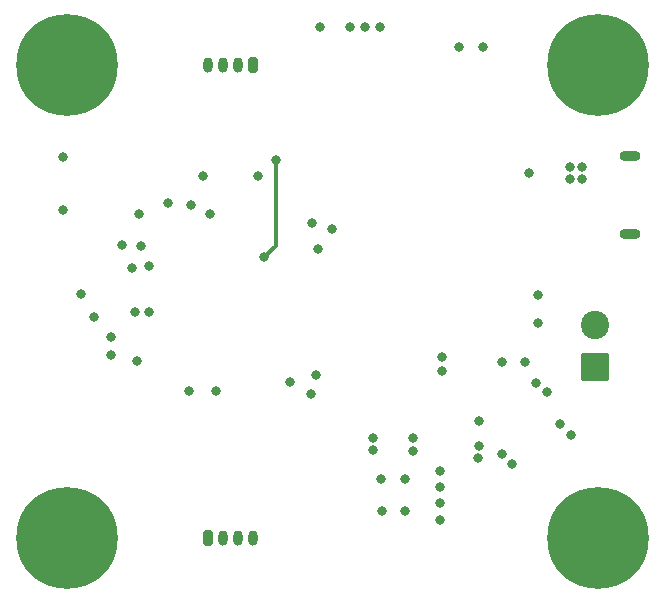
<source format=gbl>
%TF.GenerationSoftware,KiCad,Pcbnew,9.0.1*%
%TF.CreationDate,2025-04-24T11:34:14-03:00*%
%TF.ProjectId,STM32_USB_Buck_Converter,53544d33-325f-4555-9342-5f4275636b5f,rev?*%
%TF.SameCoordinates,Original*%
%TF.FileFunction,Copper,L4,Bot*%
%TF.FilePolarity,Positive*%
%FSLAX46Y46*%
G04 Gerber Fmt 4.6, Leading zero omitted, Abs format (unit mm)*
G04 Created by KiCad (PCBNEW 9.0.1) date 2025-04-24 11:34:14*
%MOMM*%
%LPD*%
G01*
G04 APERTURE LIST*
G04 Aperture macros list*
%AMRoundRect*
0 Rectangle with rounded corners*
0 $1 Rounding radius*
0 $2 $3 $4 $5 $6 $7 $8 $9 X,Y pos of 4 corners*
0 Add a 4 corners polygon primitive as box body*
4,1,4,$2,$3,$4,$5,$6,$7,$8,$9,$2,$3,0*
0 Add four circle primitives for the rounded corners*
1,1,$1+$1,$2,$3*
1,1,$1+$1,$4,$5*
1,1,$1+$1,$6,$7*
1,1,$1+$1,$8,$9*
0 Add four rect primitives between the rounded corners*
20,1,$1+$1,$2,$3,$4,$5,0*
20,1,$1+$1,$4,$5,$6,$7,0*
20,1,$1+$1,$6,$7,$8,$9,0*
20,1,$1+$1,$8,$9,$2,$3,0*%
G04 Aperture macros list end*
%TA.AperFunction,ComponentPad*%
%ADD10O,1.800000X0.900000*%
%TD*%
%TA.AperFunction,ComponentPad*%
%ADD11RoundRect,0.200000X-0.200000X-0.450000X0.200000X-0.450000X0.200000X0.450000X-0.200000X0.450000X0*%
%TD*%
%TA.AperFunction,ComponentPad*%
%ADD12O,0.800000X1.300000*%
%TD*%
%TA.AperFunction,ComponentPad*%
%ADD13C,0.900000*%
%TD*%
%TA.AperFunction,ComponentPad*%
%ADD14C,8.600000*%
%TD*%
%TA.AperFunction,ComponentPad*%
%ADD15RoundRect,0.250001X0.949999X-0.949999X0.949999X0.949999X-0.949999X0.949999X-0.949999X-0.949999X0*%
%TD*%
%TA.AperFunction,ComponentPad*%
%ADD16C,2.400000*%
%TD*%
%TA.AperFunction,ComponentPad*%
%ADD17RoundRect,0.200000X0.200000X0.450000X-0.200000X0.450000X-0.200000X-0.450000X0.200000X-0.450000X0*%
%TD*%
%TA.AperFunction,ViaPad*%
%ADD18C,0.800000*%
%TD*%
%TA.AperFunction,Conductor*%
%ADD19C,0.300000*%
%TD*%
G04 APERTURE END LIST*
D10*
%TO.P,J5,6,Shield*%
%TO.N,unconnected-(J5-Shield-Pad6)_4*%
X158450000Y-90770000D03*
%TO.N,unconnected-(J5-Shield-Pad6)_2*%
X158450000Y-84170000D03*
%TD*%
D11*
%TO.P,J4,1,Pin_1*%
%TO.N,+3.3V*%
X122750000Y-116500000D03*
D12*
%TO.P,J4,2,Pin_2*%
%TO.N,USART3_TX*%
X124000000Y-116500000D03*
%TO.P,J4,3,Pin_3*%
%TO.N,USART3_RX*%
X125250000Y-116500000D03*
%TO.P,J4,4,Pin_4*%
%TO.N,GND*%
X126500000Y-116500000D03*
%TD*%
D13*
%TO.P,H3,1,1*%
%TO.N,GND*%
X113975000Y-76500000D03*
X113030419Y-78780419D03*
X113030419Y-74219581D03*
X110750000Y-79725000D03*
D14*
X110750000Y-76500000D03*
D13*
X110750000Y-73275000D03*
X108469581Y-78780419D03*
X108469581Y-74219581D03*
X107525000Y-76500000D03*
%TD*%
%TO.P,H1,1,1*%
%TO.N,GND*%
X158975000Y-76500000D03*
X158030419Y-78780419D03*
X158030419Y-74219581D03*
X155750000Y-79725000D03*
D14*
X155750000Y-76500000D03*
D13*
X155750000Y-73275000D03*
X153469581Y-78780419D03*
X153469581Y-74219581D03*
X152525000Y-76500000D03*
%TD*%
%TO.P,H2,1,1*%
%TO.N,GND*%
X158975000Y-116500000D03*
X158030419Y-118780419D03*
X158030419Y-114219581D03*
X155750000Y-119725000D03*
D14*
X155750000Y-116500000D03*
D13*
X155750000Y-113275000D03*
X153469581Y-118780419D03*
X153469581Y-114219581D03*
X152525000Y-116500000D03*
%TD*%
D15*
%TO.P,J1,1,Pin_1*%
%TO.N,+12V*%
X155500000Y-102000000D03*
D16*
%TO.P,J1,2,Pin_2*%
%TO.N,GND*%
X155500000Y-98500000D03*
%TD*%
D12*
%TO.P,J3,4,Pin_4*%
%TO.N,GND*%
X122750000Y-76500000D03*
%TO.P,J3,3,Pin_3*%
%TO.N,I2C1_SDA*%
X124000000Y-76500000D03*
%TO.P,J3,2,Pin_2*%
%TO.N,I2C1_SCL*%
X125250000Y-76500000D03*
D17*
%TO.P,J3,1,Pin_1*%
%TO.N,+3.3V*%
X126500000Y-76500000D03*
%TD*%
D13*
%TO.P,H4,1,1*%
%TO.N,GND*%
X107525000Y-116500000D03*
X108469581Y-114219581D03*
X108469581Y-118780419D03*
X110750000Y-113275000D03*
D14*
X110750000Y-116500000D03*
D13*
X110750000Y-119725000D03*
X113030419Y-114219581D03*
X113030419Y-118780419D03*
X113975000Y-116500000D03*
%TD*%
D18*
%TO.N,+3.3V*%
X146000000Y-74900000D03*
%TO.N,GND*%
X144000000Y-74900000D03*
%TO.N,NRST*%
X127500000Y-92750000D03*
%TO.N,+3.3V*%
X137300000Y-73250000D03*
%TO.N,GND*%
X134750000Y-73250000D03*
X132200000Y-73250000D03*
X136025000Y-73250000D03*
%TO.N,NRST*%
X128500000Y-84500000D03*
%TO.N,GND*%
X149900000Y-85650000D03*
X112000000Y-95850000D03*
X116300000Y-93650000D03*
X117025000Y-91825000D03*
X142550000Y-101150000D03*
X142550000Y-102350000D03*
X145625000Y-106625000D03*
X145600000Y-109725000D03*
X145625000Y-108725000D03*
X142375000Y-114950000D03*
X142375000Y-113550000D03*
X142350000Y-112200000D03*
X142350000Y-110800000D03*
X153425000Y-107750000D03*
X152500000Y-106900000D03*
X151425000Y-104175000D03*
X150500000Y-103350000D03*
X150700000Y-98300000D03*
X150700000Y-95950000D03*
X149575000Y-101600000D03*
X147575000Y-101600000D03*
X153375000Y-86125000D03*
X153400000Y-85125000D03*
X154400000Y-85125000D03*
X154375000Y-86125000D03*
X131500000Y-89875000D03*
X133250000Y-90350000D03*
X131900000Y-102750000D03*
X131400000Y-104325000D03*
X121075000Y-104075000D03*
X116750000Y-101500000D03*
X117750000Y-97375000D03*
X116500000Y-97375000D03*
X113075000Y-97775000D03*
X115425000Y-91725000D03*
X110420000Y-88750000D03*
X122925000Y-89075000D03*
X116875000Y-89075000D03*
%TO.N,+3.3V*%
X148500000Y-110225000D03*
X147600000Y-109400000D03*
X139425000Y-114250000D03*
X137425000Y-114225000D03*
X139400000Y-111500000D03*
X137400000Y-111500000D03*
X136725000Y-109100000D03*
X140075000Y-109125000D03*
X140075000Y-108025000D03*
X136725000Y-108025000D03*
X132075000Y-92050000D03*
X121250000Y-88350000D03*
X117750000Y-93475000D03*
X114525000Y-99500000D03*
X114500000Y-101000000D03*
X123425000Y-104075000D03*
X129700000Y-103300000D03*
X110420000Y-84250000D03*
X119300000Y-88175000D03*
X122300000Y-85825000D03*
X126950000Y-85850000D03*
%TD*%
D19*
%TO.N,NRST*%
X128500000Y-84500000D02*
X128500000Y-91750000D01*
X128500000Y-91750000D02*
X127500000Y-92750000D01*
%TD*%
M02*

</source>
